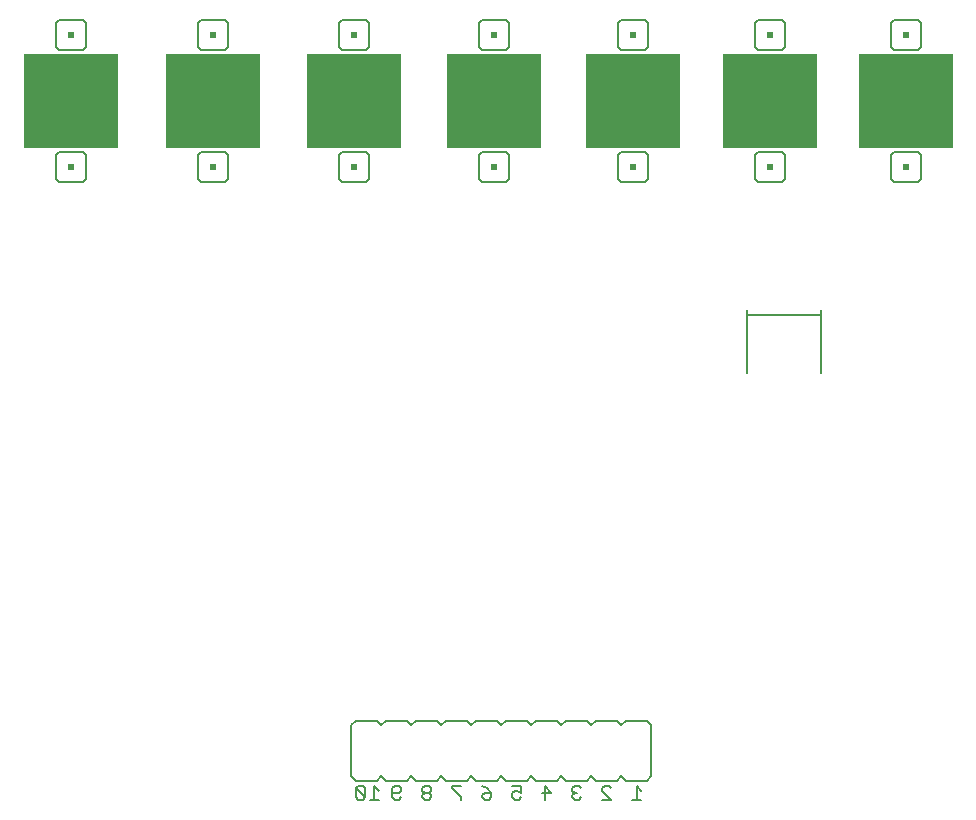
<source format=gbo>
G75*
G70*
%OFA0B0*%
%FSLAX24Y24*%
%IPPOS*%
%LPD*%
%AMOC8*
5,1,8,0,0,1.08239X$1,22.5*
%
%ADD10C,0.0080*%
%ADD11C,0.0060*%
%ADD12C,0.0050*%
%ADD13R,0.3150X0.3150*%
%ADD14R,0.0240X0.0240*%
D10*
X098068Y043019D02*
X098068Y044948D01*
X100548Y044948D01*
X100548Y045145D01*
X100548Y044948D02*
X100548Y043019D01*
X098068Y044948D02*
X098068Y045145D01*
D11*
X094730Y031430D02*
X094030Y031430D01*
X093880Y031280D01*
X093730Y031430D01*
X093030Y031430D01*
X092880Y031280D01*
X092730Y031430D01*
X092030Y031430D01*
X091880Y031280D01*
X091730Y031430D01*
X091030Y031430D01*
X090880Y031280D01*
X090730Y031430D01*
X090030Y031430D01*
X089880Y031280D01*
X089730Y031430D01*
X089030Y031430D01*
X088880Y031280D01*
X088730Y031430D01*
X088030Y031430D01*
X087880Y031280D01*
X087730Y031430D01*
X087030Y031430D01*
X086880Y031280D01*
X086730Y031430D01*
X086030Y031430D01*
X085880Y031280D01*
X085730Y031430D01*
X085030Y031430D01*
X084880Y031280D01*
X084880Y029580D01*
X085030Y029430D01*
X085730Y029430D01*
X085880Y029580D01*
X086030Y029430D01*
X086730Y029430D01*
X086880Y029580D01*
X087030Y029430D01*
X087730Y029430D01*
X087880Y029580D01*
X088030Y029430D01*
X088730Y029430D01*
X088880Y029580D01*
X089030Y029430D01*
X089730Y029430D01*
X089880Y029580D01*
X090030Y029430D01*
X090730Y029430D01*
X090880Y029580D01*
X091030Y029430D01*
X091730Y029430D01*
X091880Y029580D01*
X092030Y029430D01*
X092730Y029430D01*
X092880Y029580D01*
X093030Y029430D01*
X093730Y029430D01*
X093880Y029580D01*
X094030Y029430D01*
X094730Y029430D01*
X094880Y029580D01*
X094880Y031280D01*
X094730Y031430D01*
D12*
X085119Y028805D02*
X085044Y028880D01*
X085044Y029180D01*
X085345Y028880D01*
X085270Y028805D01*
X085119Y028805D01*
X085345Y028880D02*
X085345Y029180D01*
X085270Y029255D01*
X085119Y029255D01*
X085044Y029180D01*
X085505Y028805D02*
X085805Y028805D01*
X085655Y028805D02*
X085655Y029255D01*
X085805Y029105D01*
X086255Y029030D02*
X086480Y029030D01*
X086555Y029105D01*
X086555Y029180D01*
X086480Y029255D01*
X086330Y029255D01*
X086255Y029180D01*
X086255Y028880D01*
X086330Y028805D01*
X086480Y028805D01*
X086555Y028880D01*
X087255Y028880D02*
X087330Y028805D01*
X087480Y028805D01*
X087555Y028880D01*
X087555Y028955D01*
X087480Y029030D01*
X087330Y029030D01*
X087255Y028955D01*
X087255Y028880D01*
X087330Y029030D02*
X087255Y029105D01*
X087255Y029180D01*
X087330Y029255D01*
X087480Y029255D01*
X087555Y029180D01*
X087555Y029105D01*
X087480Y029030D01*
X088255Y029180D02*
X088555Y028880D01*
X088555Y028805D01*
X088555Y029255D02*
X088255Y029255D01*
X088255Y029180D01*
X089255Y029255D02*
X089405Y029180D01*
X089555Y029030D01*
X089330Y029030D01*
X089255Y028955D01*
X089255Y028880D01*
X089330Y028805D01*
X089480Y028805D01*
X089555Y028880D01*
X089555Y029030D01*
X090255Y029030D02*
X090255Y028880D01*
X090330Y028805D01*
X090480Y028805D01*
X090555Y028880D01*
X090555Y029030D02*
X090405Y029105D01*
X090330Y029105D01*
X090255Y029030D01*
X090255Y029255D02*
X090555Y029255D01*
X090555Y029030D01*
X091255Y029030D02*
X091555Y029030D01*
X091330Y029255D01*
X091330Y028805D01*
X092255Y028880D02*
X092330Y028805D01*
X092480Y028805D01*
X092555Y028880D01*
X092405Y029030D02*
X092330Y029030D01*
X092255Y028955D01*
X092255Y028880D01*
X092330Y029030D02*
X092255Y029105D01*
X092255Y029180D01*
X092330Y029255D01*
X092480Y029255D01*
X092555Y029180D01*
X093255Y029180D02*
X093255Y029105D01*
X093555Y028805D01*
X093255Y028805D01*
X093255Y029180D02*
X093330Y029255D01*
X093480Y029255D01*
X093555Y029180D01*
X094255Y028805D02*
X094555Y028805D01*
X094405Y028805D02*
X094405Y029255D01*
X094555Y029105D01*
X094680Y049380D02*
X094580Y049380D01*
X093980Y049380D01*
X093880Y049380D01*
X093780Y049480D01*
X093780Y049580D01*
X093780Y050180D01*
X093780Y050280D01*
X093880Y050380D01*
X093980Y050380D01*
X094580Y050380D01*
X094680Y050380D01*
X094780Y050280D01*
X094780Y050180D01*
X094780Y049580D01*
X094780Y049480D01*
X094680Y049380D01*
X098330Y049480D02*
X098330Y049580D01*
X098330Y050180D01*
X098330Y050280D01*
X098430Y050380D01*
X098530Y050380D01*
X099130Y050380D01*
X099230Y050380D01*
X099330Y050280D01*
X099330Y050180D01*
X099330Y049580D01*
X099330Y049480D01*
X099230Y049380D01*
X099130Y049380D01*
X098530Y049380D01*
X098430Y049380D01*
X098330Y049480D01*
X102880Y049480D02*
X102880Y049580D01*
X102880Y050180D01*
X102880Y050280D01*
X102980Y050380D01*
X103080Y050380D01*
X103680Y050380D01*
X103780Y050380D01*
X103880Y050280D01*
X103880Y050180D01*
X103880Y049580D01*
X103880Y049480D01*
X103780Y049380D01*
X103680Y049380D01*
X103080Y049380D01*
X102980Y049380D01*
X102880Y049480D01*
X102980Y053780D02*
X102880Y053880D01*
X102880Y053980D01*
X102880Y054580D01*
X102880Y054680D01*
X102980Y054780D01*
X103080Y054780D01*
X103680Y054780D01*
X103780Y054780D01*
X103880Y054680D01*
X103880Y054580D01*
X103880Y053980D01*
X103880Y053880D01*
X103780Y053780D01*
X103680Y053780D01*
X103080Y053780D01*
X102980Y053780D01*
X099330Y053880D02*
X099230Y053780D01*
X099130Y053780D01*
X098530Y053780D01*
X098430Y053780D01*
X098330Y053880D01*
X098330Y053980D01*
X098330Y054580D01*
X098330Y054680D01*
X098430Y054780D01*
X098530Y054780D01*
X099130Y054780D01*
X099230Y054780D01*
X099330Y054680D01*
X099330Y054580D01*
X099330Y053980D01*
X099330Y053880D01*
X094780Y053880D02*
X094680Y053780D01*
X094580Y053780D01*
X093980Y053780D01*
X093880Y053780D01*
X093780Y053880D01*
X093780Y053980D01*
X093780Y054580D01*
X093780Y054680D01*
X093880Y054780D01*
X093980Y054780D01*
X094580Y054780D01*
X094680Y054780D01*
X094780Y054680D01*
X094780Y054580D01*
X094780Y053980D01*
X094780Y053880D01*
X090130Y053880D02*
X090030Y053780D01*
X089930Y053780D01*
X089330Y053780D01*
X089230Y053780D01*
X089130Y053880D01*
X089130Y053980D01*
X089130Y054580D01*
X089130Y054680D01*
X089230Y054780D01*
X089330Y054780D01*
X089930Y054780D01*
X090030Y054780D01*
X090130Y054680D01*
X090130Y054580D01*
X090130Y053980D01*
X090130Y053880D01*
X085480Y053880D02*
X085380Y053780D01*
X085280Y053780D01*
X084680Y053780D01*
X084580Y053780D01*
X084480Y053880D01*
X084480Y053980D01*
X084480Y054580D01*
X084480Y054680D01*
X084580Y054780D01*
X084680Y054780D01*
X085280Y054780D01*
X085380Y054780D01*
X085480Y054680D01*
X085480Y054580D01*
X085480Y053980D01*
X085480Y053880D01*
X080780Y053880D02*
X080680Y053780D01*
X080580Y053780D01*
X079980Y053780D01*
X079880Y053780D01*
X079780Y053880D01*
X079780Y053980D01*
X079780Y054580D01*
X079780Y054680D01*
X079880Y054780D01*
X079980Y054780D01*
X080580Y054780D01*
X080680Y054780D01*
X080780Y054680D01*
X080780Y054580D01*
X080780Y053980D01*
X080780Y053880D01*
X076030Y053880D02*
X075930Y053780D01*
X075830Y053780D01*
X075230Y053780D01*
X075130Y053780D01*
X075030Y053880D01*
X075030Y053980D01*
X075030Y054580D01*
X075030Y054680D01*
X075130Y054780D01*
X075230Y054780D01*
X075830Y054780D01*
X075930Y054780D01*
X076030Y054680D01*
X076030Y054580D01*
X076030Y053980D01*
X076030Y053880D01*
X075930Y050380D02*
X076030Y050280D01*
X076030Y050180D01*
X076030Y049580D01*
X076030Y049480D01*
X075930Y049380D01*
X075830Y049380D01*
X075230Y049380D01*
X075130Y049380D01*
X075030Y049480D01*
X075030Y049580D01*
X075030Y050180D01*
X075030Y050280D01*
X075130Y050380D01*
X075230Y050380D01*
X075830Y050380D01*
X075930Y050380D01*
X079780Y050280D02*
X079880Y050380D01*
X079980Y050380D01*
X080580Y050380D01*
X080680Y050380D01*
X080780Y050280D01*
X080780Y050180D01*
X080780Y049580D01*
X080780Y049480D01*
X080680Y049380D01*
X080580Y049380D01*
X079980Y049380D01*
X079880Y049380D01*
X079780Y049480D01*
X079780Y049580D01*
X079780Y050180D01*
X079780Y050280D01*
X084480Y050280D02*
X084580Y050380D01*
X084680Y050380D01*
X085280Y050380D01*
X085380Y050380D01*
X085480Y050280D01*
X085480Y050180D01*
X085480Y049580D01*
X085480Y049480D01*
X085380Y049380D01*
X085280Y049380D01*
X084680Y049380D01*
X084580Y049380D01*
X084480Y049480D01*
X084480Y049580D01*
X084480Y050180D01*
X084480Y050280D01*
X089130Y050280D02*
X089230Y050380D01*
X089330Y050380D01*
X089930Y050380D01*
X090030Y050380D01*
X090130Y050280D01*
X090130Y050180D01*
X090130Y049580D01*
X090130Y049480D01*
X090030Y049380D01*
X089930Y049380D01*
X089330Y049380D01*
X089230Y049380D01*
X089130Y049480D01*
X089130Y049580D01*
X089130Y050180D01*
X089130Y050280D01*
D13*
X089630Y052080D03*
X094280Y052080D03*
X098830Y052080D03*
X103380Y052080D03*
X084980Y052080D03*
X080280Y052080D03*
X075530Y052080D03*
D14*
X075530Y049880D03*
X080280Y049880D03*
X084980Y049880D03*
X089630Y049880D03*
X094280Y049880D03*
X098830Y049880D03*
X103380Y049880D03*
X103380Y054280D03*
X098830Y054280D03*
X094280Y054280D03*
X089630Y054280D03*
X084980Y054280D03*
X080280Y054280D03*
X075530Y054280D03*
M02*

</source>
